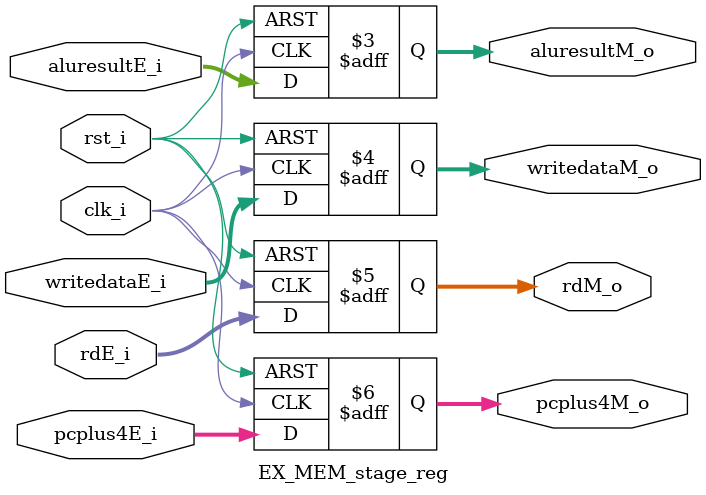
<source format=sv>
`timescale 1ns / 1ps


module EX_MEM_stage_reg(
    input  logic        clk_i,
    input  logic        rst_i,
    
    input  logic [31:0] aluresultE_i,
    input  logic [31:0] writedataE_i,
    input  logic [4:0]  rdE_i, //instr[11:7], parte de la instruccion
    input  logic [31:0] pcplus4E_i,
    
    output logic [31:0] aluresultM_o,
    output logic [31:0] writedataM_o,
    output logic [4:0]  rdM_o, //instr[11:7], parte de la instruccion
    output logic [31:0] pcplus4M_o
   
    );
    
    always_ff @(posedge clk_i, negedge rst_i) begin
        if (!rst_i)begin
            aluresultM_o    <= '0;      
            writedataM_o    <= '0;
            rdM_o           <= '0;
            pcplus4M_o      <= '0;
            
            end
            
        else begin
            aluresultM_o    <= aluresultE_i;      
            writedataM_o    <= writedataE_i;
            rdM_o           <= rdE_i;
            pcplus4M_o      <= pcplus4E_i;
            end
        
    end
    
    
    
    
    
endmodule

</source>
